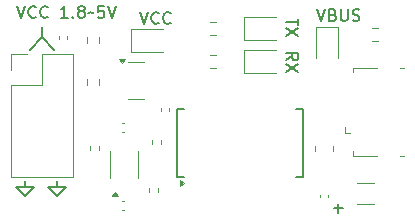
<source format=gto>
%TF.GenerationSoftware,KiCad,Pcbnew,9.0.1-9.0.1-0~ubuntu24.10.1*%
%TF.CreationDate,2025-04-11T20:09:19+02:00*%
%TF.ProjectId,usb_uart_1V8,7573625f-7561-4727-945f-3156382e6b69,0.4*%
%TF.SameCoordinates,Original*%
%TF.FileFunction,Legend,Top*%
%TF.FilePolarity,Positive*%
%FSLAX46Y46*%
G04 Gerber Fmt 4.6, Leading zero omitted, Abs format (unit mm)*
G04 Created by KiCad (PCBNEW 9.0.1-9.0.1-0~ubuntu24.10.1) date 2025-04-11 20:09:19*
%MOMM*%
%LPD*%
G01*
G04 APERTURE LIST*
%ADD10C,0.153000*%
%ADD11C,0.150000*%
%ADD12C,0.120000*%
G04 APERTURE END LIST*
D10*
X137160000Y-136652000D02*
X137922000Y-135890000D01*
X135890000Y-123190000D02*
X136890000Y-124256121D01*
X134493000Y-136652000D02*
X135255000Y-135890000D01*
X134493000Y-135890000D02*
X133731000Y-135890000D01*
X135890000Y-123190000D02*
X134890000Y-124256121D01*
X133731000Y-135890000D02*
X134493000Y-136652000D01*
X135255000Y-135890000D02*
X134493000Y-135890000D01*
X137160000Y-135382000D02*
X137160000Y-135890000D01*
X137922000Y-135890000D02*
X137160000Y-135890000D01*
X137160000Y-135890000D02*
X136398000Y-135890000D01*
X134493000Y-135382000D02*
X134493000Y-135890000D01*
X135890000Y-123190000D02*
X135890000Y-122322242D01*
X136398000Y-135890000D02*
X137160000Y-136652000D01*
X133799895Y-120535663D02*
X134133228Y-121535663D01*
X134133228Y-121535663D02*
X134466561Y-120535663D01*
X135371323Y-121440424D02*
X135323704Y-121488044D01*
X135323704Y-121488044D02*
X135180847Y-121535663D01*
X135180847Y-121535663D02*
X135085609Y-121535663D01*
X135085609Y-121535663D02*
X134942752Y-121488044D01*
X134942752Y-121488044D02*
X134847514Y-121392805D01*
X134847514Y-121392805D02*
X134799895Y-121297567D01*
X134799895Y-121297567D02*
X134752276Y-121107091D01*
X134752276Y-121107091D02*
X134752276Y-120964234D01*
X134752276Y-120964234D02*
X134799895Y-120773758D01*
X134799895Y-120773758D02*
X134847514Y-120678520D01*
X134847514Y-120678520D02*
X134942752Y-120583282D01*
X134942752Y-120583282D02*
X135085609Y-120535663D01*
X135085609Y-120535663D02*
X135180847Y-120535663D01*
X135180847Y-120535663D02*
X135323704Y-120583282D01*
X135323704Y-120583282D02*
X135371323Y-120630901D01*
X136371323Y-121440424D02*
X136323704Y-121488044D01*
X136323704Y-121488044D02*
X136180847Y-121535663D01*
X136180847Y-121535663D02*
X136085609Y-121535663D01*
X136085609Y-121535663D02*
X135942752Y-121488044D01*
X135942752Y-121488044D02*
X135847514Y-121392805D01*
X135847514Y-121392805D02*
X135799895Y-121297567D01*
X135799895Y-121297567D02*
X135752276Y-121107091D01*
X135752276Y-121107091D02*
X135752276Y-120964234D01*
X135752276Y-120964234D02*
X135799895Y-120773758D01*
X135799895Y-120773758D02*
X135847514Y-120678520D01*
X135847514Y-120678520D02*
X135942752Y-120583282D01*
X135942752Y-120583282D02*
X136085609Y-120535663D01*
X136085609Y-120535663D02*
X136180847Y-120535663D01*
X136180847Y-120535663D02*
X136323704Y-120583282D01*
X136323704Y-120583282D02*
X136371323Y-120630901D01*
X138085609Y-121535663D02*
X137514181Y-121535663D01*
X137799895Y-121535663D02*
X137799895Y-120535663D01*
X137799895Y-120535663D02*
X137704657Y-120678520D01*
X137704657Y-120678520D02*
X137609419Y-120773758D01*
X137609419Y-120773758D02*
X137514181Y-120821377D01*
X138514181Y-121440424D02*
X138561800Y-121488044D01*
X138561800Y-121488044D02*
X138514181Y-121535663D01*
X138514181Y-121535663D02*
X138466562Y-121488044D01*
X138466562Y-121488044D02*
X138514181Y-121440424D01*
X138514181Y-121440424D02*
X138514181Y-121535663D01*
X139133228Y-120964234D02*
X139037990Y-120916615D01*
X139037990Y-120916615D02*
X138990371Y-120868996D01*
X138990371Y-120868996D02*
X138942752Y-120773758D01*
X138942752Y-120773758D02*
X138942752Y-120726139D01*
X138942752Y-120726139D02*
X138990371Y-120630901D01*
X138990371Y-120630901D02*
X139037990Y-120583282D01*
X139037990Y-120583282D02*
X139133228Y-120535663D01*
X139133228Y-120535663D02*
X139323704Y-120535663D01*
X139323704Y-120535663D02*
X139418942Y-120583282D01*
X139418942Y-120583282D02*
X139466561Y-120630901D01*
X139466561Y-120630901D02*
X139514180Y-120726139D01*
X139514180Y-120726139D02*
X139514180Y-120773758D01*
X139514180Y-120773758D02*
X139466561Y-120868996D01*
X139466561Y-120868996D02*
X139418942Y-120916615D01*
X139418942Y-120916615D02*
X139323704Y-120964234D01*
X139323704Y-120964234D02*
X139133228Y-120964234D01*
X139133228Y-120964234D02*
X139037990Y-121011853D01*
X139037990Y-121011853D02*
X138990371Y-121059472D01*
X138990371Y-121059472D02*
X138942752Y-121154710D01*
X138942752Y-121154710D02*
X138942752Y-121345186D01*
X138942752Y-121345186D02*
X138990371Y-121440424D01*
X138990371Y-121440424D02*
X139037990Y-121488044D01*
X139037990Y-121488044D02*
X139133228Y-121535663D01*
X139133228Y-121535663D02*
X139323704Y-121535663D01*
X139323704Y-121535663D02*
X139418942Y-121488044D01*
X139418942Y-121488044D02*
X139466561Y-121440424D01*
X139466561Y-121440424D02*
X139514180Y-121345186D01*
X139514180Y-121345186D02*
X139514180Y-121154710D01*
X139514180Y-121154710D02*
X139466561Y-121059472D01*
X139466561Y-121059472D02*
X139418942Y-121011853D01*
X139418942Y-121011853D02*
X139323704Y-120964234D01*
X139799895Y-121154710D02*
X139847514Y-121107091D01*
X139847514Y-121107091D02*
X139942752Y-121059472D01*
X139942752Y-121059472D02*
X140133228Y-121154710D01*
X140133228Y-121154710D02*
X140228466Y-121107091D01*
X140228466Y-121107091D02*
X140276085Y-121059472D01*
X141133228Y-120535663D02*
X140657038Y-120535663D01*
X140657038Y-120535663D02*
X140609419Y-121011853D01*
X140609419Y-121011853D02*
X140657038Y-120964234D01*
X140657038Y-120964234D02*
X140752276Y-120916615D01*
X140752276Y-120916615D02*
X140990371Y-120916615D01*
X140990371Y-120916615D02*
X141085609Y-120964234D01*
X141085609Y-120964234D02*
X141133228Y-121011853D01*
X141133228Y-121011853D02*
X141180847Y-121107091D01*
X141180847Y-121107091D02*
X141180847Y-121345186D01*
X141180847Y-121345186D02*
X141133228Y-121440424D01*
X141133228Y-121440424D02*
X141085609Y-121488044D01*
X141085609Y-121488044D02*
X140990371Y-121535663D01*
X140990371Y-121535663D02*
X140752276Y-121535663D01*
X140752276Y-121535663D02*
X140657038Y-121488044D01*
X140657038Y-121488044D02*
X140609419Y-121440424D01*
X141466562Y-120535663D02*
X141799895Y-121535663D01*
X141799895Y-121535663D02*
X142133228Y-120535663D01*
D11*
X157594180Y-121605922D02*
X157594180Y-122177350D01*
X156594180Y-121891636D02*
X157594180Y-121891636D01*
X157594180Y-122415446D02*
X156594180Y-123082112D01*
X157594180Y-123082112D02*
X156594180Y-122415446D01*
X156594180Y-125114207D02*
X157070371Y-124780874D01*
X156594180Y-124542779D02*
X157594180Y-124542779D01*
X157594180Y-124542779D02*
X157594180Y-124923731D01*
X157594180Y-124923731D02*
X157546561Y-125018969D01*
X157546561Y-125018969D02*
X157498942Y-125066588D01*
X157498942Y-125066588D02*
X157403704Y-125114207D01*
X157403704Y-125114207D02*
X157260847Y-125114207D01*
X157260847Y-125114207D02*
X157165609Y-125066588D01*
X157165609Y-125066588D02*
X157117990Y-125018969D01*
X157117990Y-125018969D02*
X157070371Y-124923731D01*
X157070371Y-124923731D02*
X157070371Y-124542779D01*
X157594180Y-125447541D02*
X156594180Y-126114207D01*
X157594180Y-126114207D02*
X156594180Y-125447541D01*
D10*
X160612752Y-137664710D02*
X161374657Y-137664710D01*
X160993704Y-138045663D02*
X160993704Y-137283758D01*
X159199895Y-120789663D02*
X159533228Y-121789663D01*
X159533228Y-121789663D02*
X159866561Y-120789663D01*
X160533228Y-121265853D02*
X160676085Y-121313472D01*
X160676085Y-121313472D02*
X160723704Y-121361091D01*
X160723704Y-121361091D02*
X160771323Y-121456329D01*
X160771323Y-121456329D02*
X160771323Y-121599186D01*
X160771323Y-121599186D02*
X160723704Y-121694424D01*
X160723704Y-121694424D02*
X160676085Y-121742044D01*
X160676085Y-121742044D02*
X160580847Y-121789663D01*
X160580847Y-121789663D02*
X160199895Y-121789663D01*
X160199895Y-121789663D02*
X160199895Y-120789663D01*
X160199895Y-120789663D02*
X160533228Y-120789663D01*
X160533228Y-120789663D02*
X160628466Y-120837282D01*
X160628466Y-120837282D02*
X160676085Y-120884901D01*
X160676085Y-120884901D02*
X160723704Y-120980139D01*
X160723704Y-120980139D02*
X160723704Y-121075377D01*
X160723704Y-121075377D02*
X160676085Y-121170615D01*
X160676085Y-121170615D02*
X160628466Y-121218234D01*
X160628466Y-121218234D02*
X160533228Y-121265853D01*
X160533228Y-121265853D02*
X160199895Y-121265853D01*
X161199895Y-120789663D02*
X161199895Y-121599186D01*
X161199895Y-121599186D02*
X161247514Y-121694424D01*
X161247514Y-121694424D02*
X161295133Y-121742044D01*
X161295133Y-121742044D02*
X161390371Y-121789663D01*
X161390371Y-121789663D02*
X161580847Y-121789663D01*
X161580847Y-121789663D02*
X161676085Y-121742044D01*
X161676085Y-121742044D02*
X161723704Y-121694424D01*
X161723704Y-121694424D02*
X161771323Y-121599186D01*
X161771323Y-121599186D02*
X161771323Y-120789663D01*
X162199895Y-121742044D02*
X162342752Y-121789663D01*
X162342752Y-121789663D02*
X162580847Y-121789663D01*
X162580847Y-121789663D02*
X162676085Y-121742044D01*
X162676085Y-121742044D02*
X162723704Y-121694424D01*
X162723704Y-121694424D02*
X162771323Y-121599186D01*
X162771323Y-121599186D02*
X162771323Y-121503948D01*
X162771323Y-121503948D02*
X162723704Y-121408710D01*
X162723704Y-121408710D02*
X162676085Y-121361091D01*
X162676085Y-121361091D02*
X162580847Y-121313472D01*
X162580847Y-121313472D02*
X162390371Y-121265853D01*
X162390371Y-121265853D02*
X162295133Y-121218234D01*
X162295133Y-121218234D02*
X162247514Y-121170615D01*
X162247514Y-121170615D02*
X162199895Y-121075377D01*
X162199895Y-121075377D02*
X162199895Y-120980139D01*
X162199895Y-120980139D02*
X162247514Y-120884901D01*
X162247514Y-120884901D02*
X162295133Y-120837282D01*
X162295133Y-120837282D02*
X162390371Y-120789663D01*
X162390371Y-120789663D02*
X162628466Y-120789663D01*
X162628466Y-120789663D02*
X162771323Y-120837282D01*
D11*
X144211922Y-121043819D02*
X144545255Y-122043819D01*
X144545255Y-122043819D02*
X144878588Y-121043819D01*
X145783350Y-121948580D02*
X145735731Y-121996200D01*
X145735731Y-121996200D02*
X145592874Y-122043819D01*
X145592874Y-122043819D02*
X145497636Y-122043819D01*
X145497636Y-122043819D02*
X145354779Y-121996200D01*
X145354779Y-121996200D02*
X145259541Y-121900961D01*
X145259541Y-121900961D02*
X145211922Y-121805723D01*
X145211922Y-121805723D02*
X145164303Y-121615247D01*
X145164303Y-121615247D02*
X145164303Y-121472390D01*
X145164303Y-121472390D02*
X145211922Y-121281914D01*
X145211922Y-121281914D02*
X145259541Y-121186676D01*
X145259541Y-121186676D02*
X145354779Y-121091438D01*
X145354779Y-121091438D02*
X145497636Y-121043819D01*
X145497636Y-121043819D02*
X145592874Y-121043819D01*
X145592874Y-121043819D02*
X145735731Y-121091438D01*
X145735731Y-121091438D02*
X145783350Y-121139057D01*
X146783350Y-121948580D02*
X146735731Y-121996200D01*
X146735731Y-121996200D02*
X146592874Y-122043819D01*
X146592874Y-122043819D02*
X146497636Y-122043819D01*
X146497636Y-122043819D02*
X146354779Y-121996200D01*
X146354779Y-121996200D02*
X146259541Y-121900961D01*
X146259541Y-121900961D02*
X146211922Y-121805723D01*
X146211922Y-121805723D02*
X146164303Y-121615247D01*
X146164303Y-121615247D02*
X146164303Y-121472390D01*
X146164303Y-121472390D02*
X146211922Y-121281914D01*
X146211922Y-121281914D02*
X146259541Y-121186676D01*
X146259541Y-121186676D02*
X146354779Y-121091438D01*
X146354779Y-121091438D02*
X146497636Y-121043819D01*
X146497636Y-121043819D02*
X146592874Y-121043819D01*
X146592874Y-121043819D02*
X146735731Y-121091438D01*
X146735731Y-121091438D02*
X146783350Y-121139057D01*
D12*
%TO.C,R6*%
X139923000Y-132755621D02*
X139923000Y-132420379D01*
X140683000Y-132755621D02*
X140683000Y-132420379D01*
%TO.C,Q1*%
X143855258Y-125307742D02*
X143205258Y-125307742D01*
X143855258Y-125307742D02*
X144505258Y-125307742D01*
X143855258Y-128427742D02*
X143205258Y-128427742D01*
X143855258Y-128427742D02*
X144505258Y-128427742D01*
X142692758Y-125357742D02*
X142452758Y-125027742D01*
X142932758Y-125027742D01*
X142692758Y-125357742D01*
G36*
X142692758Y-125357742D02*
G01*
X142452758Y-125027742D01*
X142932758Y-125027742D01*
X142692758Y-125357742D01*
G37*
%TO.C,J1*%
X161560000Y-130810000D02*
X161560000Y-131260000D01*
X162010000Y-131260000D02*
X161560000Y-131260000D01*
X162240000Y-125740000D02*
X162240000Y-126160000D01*
X162240000Y-133260000D02*
X162240000Y-132840000D01*
X164220000Y-125740000D02*
X162240000Y-125740000D01*
X164220000Y-133260000D02*
X162240000Y-133260000D01*
X166190000Y-125740000D02*
X166590000Y-125740000D01*
X166590000Y-133260000D02*
X166190000Y-133260000D01*
%TO.C,D2*%
X153001000Y-121468000D02*
X153001000Y-123388000D01*
X153001000Y-123388000D02*
X155686000Y-123388000D01*
X155686000Y-121468000D02*
X153001000Y-121468000D01*
%TO.C,R1*%
X163829276Y-122413500D02*
X164338724Y-122413500D01*
X163829276Y-123458500D02*
X164338724Y-123458500D01*
%TO.C,R7*%
X139698758Y-123189276D02*
X139698758Y-123698724D01*
X140743758Y-123189276D02*
X140743758Y-123698724D01*
%TO.C,C5*%
X142661164Y-130452258D02*
X142876836Y-130452258D01*
X142661164Y-131172258D02*
X142876836Y-131172258D01*
%TO.C,D4*%
X143440258Y-122484000D02*
X143440258Y-124404000D01*
X143440258Y-124404000D02*
X146125258Y-124404000D01*
X146125258Y-122484000D02*
X143440258Y-122484000D01*
%TO.C,R8*%
X139698758Y-126745276D02*
X139698758Y-127254724D01*
X140743758Y-126745276D02*
X140743758Y-127254724D01*
%TO.C,C2*%
X162610748Y-135488000D02*
X164033252Y-135488000D01*
X162610748Y-137308000D02*
X164033252Y-137308000D01*
%TO.C,C4*%
X142876836Y-137056258D02*
X142661164Y-137056258D01*
X142876836Y-137776258D02*
X142661164Y-137776258D01*
%TO.C,C1*%
X159406000Y-136504164D02*
X159406000Y-136719836D01*
X160126000Y-136504164D02*
X160126000Y-136719836D01*
%TO.C,R2*%
X150622724Y-121905500D02*
X150113276Y-121905500D01*
X150622724Y-122950500D02*
X150113276Y-122950500D01*
%TO.C,C3*%
X145944000Y-129178164D02*
X145944000Y-129393836D01*
X146664000Y-129178164D02*
X146664000Y-129393836D01*
%TO.C,R3*%
X150622724Y-124699500D02*
X150113276Y-124699500D01*
X150622724Y-125744500D02*
X150113276Y-125744500D01*
%TO.C,D3*%
X153001000Y-124262000D02*
X153001000Y-126182000D01*
X153001000Y-126182000D02*
X155686000Y-126182000D01*
X155686000Y-124262000D02*
X153001000Y-124262000D01*
%TO.C,R4*%
X144929000Y-136313879D02*
X144929000Y-135978637D01*
X145689000Y-136313879D02*
X145689000Y-135978637D01*
%TO.C,C6*%
X137308000Y-123297836D02*
X137308000Y-123082164D01*
X138028000Y-123297836D02*
X138028000Y-123082164D01*
%TO.C,J2*%
X133240000Y-124604000D02*
X134620000Y-124604000D01*
X133240000Y-125984000D02*
X133240000Y-124604000D01*
X133240000Y-127254000D02*
X133240000Y-134984000D01*
X133240000Y-127254000D02*
X135890000Y-127254000D01*
X133240000Y-134984000D02*
X138540000Y-134984000D01*
X135890000Y-124604000D02*
X138540000Y-124604000D01*
X135890000Y-127254000D02*
X135890000Y-124604000D01*
X138540000Y-124604000D02*
X138540000Y-134984000D01*
%TO.C,R5*%
X145183000Y-131914637D02*
X145183000Y-132249879D01*
X145943000Y-131914637D02*
X145943000Y-132249879D01*
%TO.C,U2*%
X141662000Y-133982000D02*
X141662000Y-132832000D01*
X141662000Y-133982000D02*
X141662000Y-135132000D01*
X144032000Y-133982000D02*
X144032000Y-132832000D01*
X144032000Y-133982000D02*
X144032000Y-135132000D01*
X142337000Y-136597000D02*
X141857000Y-136597000D01*
X142097000Y-136267000D01*
X142337000Y-136597000D01*
G36*
X142337000Y-136597000D02*
G01*
X141857000Y-136597000D01*
X142097000Y-136267000D01*
X142337000Y-136597000D01*
G37*
D11*
%TO.C,U1*%
X147329000Y-129260742D02*
X147904000Y-129260742D01*
X147329000Y-135010742D02*
X147329000Y-129260742D01*
X147329000Y-135010742D02*
X147904000Y-135010742D01*
X157404000Y-129260742D02*
X157979000Y-129260742D01*
X157404000Y-135010742D02*
X157979000Y-135010742D01*
X157979000Y-135010742D02*
X157979000Y-129260742D01*
D12*
X147904000Y-135510742D02*
X147574000Y-135750742D01*
X147574000Y-135270742D01*
X147904000Y-135510742D01*
G36*
X147904000Y-135510742D02*
G01*
X147574000Y-135750742D01*
X147574000Y-135270742D01*
X147904000Y-135510742D01*
G37*
%TO.C,D1*%
X159060000Y-122267000D02*
X159060000Y-124952000D01*
X160980000Y-122267000D02*
X159060000Y-122267000D01*
X160980000Y-124952000D02*
X160980000Y-122267000D01*
%TO.C,FB1*%
X159031000Y-132815064D02*
X159031000Y-132360936D01*
X160501000Y-132815064D02*
X160501000Y-132360936D01*
%TD*%
M02*

</source>
